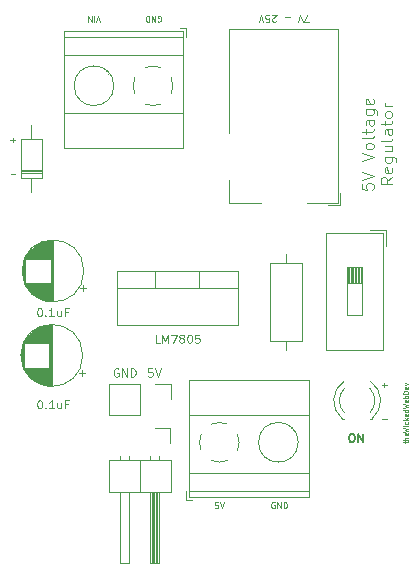
<source format=gbr>
%TF.GenerationSoftware,KiCad,Pcbnew,(5.1.9-0-10_14)*%
%TF.CreationDate,2021-05-04T15:01:54-04:00*%
%TF.ProjectId,POWER,504f5745-522e-46b6-9963-61645f706362,rev?*%
%TF.SameCoordinates,Original*%
%TF.FileFunction,Legend,Top*%
%TF.FilePolarity,Positive*%
%FSLAX46Y46*%
G04 Gerber Fmt 4.6, Leading zero omitted, Abs format (unit mm)*
G04 Created by KiCad (PCBNEW (5.1.9-0-10_14)) date 2021-05-04 15:01:54*
%MOMM*%
%LPD*%
G01*
G04 APERTURE LIST*
%ADD10C,0.100000*%
%ADD11C,0.080000*%
%ADD12C,0.060000*%
%ADD13C,0.150000*%
%ADD14C,0.120000*%
G04 APERTURE END LIST*
D10*
X141166700Y-72233373D02*
X141166700Y-72709563D01*
X141642891Y-72757182D01*
X141595272Y-72709563D01*
X141547653Y-72614325D01*
X141547653Y-72376230D01*
X141595272Y-72280992D01*
X141642891Y-72233373D01*
X141738129Y-72185754D01*
X141976224Y-72185754D01*
X142071462Y-72233373D01*
X142119081Y-72280992D01*
X142166700Y-72376230D01*
X142166700Y-72614325D01*
X142119081Y-72709563D01*
X142071462Y-72757182D01*
X141166700Y-71900040D02*
X142166700Y-71566706D01*
X141166700Y-71233373D01*
X141166700Y-70280992D02*
X142166700Y-69947659D01*
X141166700Y-69614325D01*
X142166700Y-69138135D02*
X142119081Y-69233373D01*
X142071462Y-69280992D01*
X141976224Y-69328611D01*
X141690510Y-69328611D01*
X141595272Y-69280992D01*
X141547653Y-69233373D01*
X141500034Y-69138135D01*
X141500034Y-68995278D01*
X141547653Y-68900040D01*
X141595272Y-68852420D01*
X141690510Y-68804801D01*
X141976224Y-68804801D01*
X142071462Y-68852420D01*
X142119081Y-68900040D01*
X142166700Y-68995278D01*
X142166700Y-69138135D01*
X142166700Y-68233373D02*
X142119081Y-68328611D01*
X142023843Y-68376230D01*
X141166700Y-68376230D01*
X141500034Y-67995278D02*
X141500034Y-67614325D01*
X141166700Y-67852420D02*
X142023843Y-67852420D01*
X142119081Y-67804801D01*
X142166700Y-67709563D01*
X142166700Y-67614325D01*
X142166700Y-66852420D02*
X141642891Y-66852420D01*
X141547653Y-66900040D01*
X141500034Y-66995278D01*
X141500034Y-67185754D01*
X141547653Y-67280992D01*
X142119081Y-66852420D02*
X142166700Y-66947659D01*
X142166700Y-67185754D01*
X142119081Y-67280992D01*
X142023843Y-67328611D01*
X141928605Y-67328611D01*
X141833367Y-67280992D01*
X141785748Y-67185754D01*
X141785748Y-66947659D01*
X141738129Y-66852420D01*
X141500034Y-65947659D02*
X142309558Y-65947659D01*
X142404796Y-65995278D01*
X142452415Y-66042897D01*
X142500034Y-66138135D01*
X142500034Y-66280992D01*
X142452415Y-66376230D01*
X142119081Y-65947659D02*
X142166700Y-66042897D01*
X142166700Y-66233373D01*
X142119081Y-66328611D01*
X142071462Y-66376230D01*
X141976224Y-66423849D01*
X141690510Y-66423849D01*
X141595272Y-66376230D01*
X141547653Y-66328611D01*
X141500034Y-66233373D01*
X141500034Y-66042897D01*
X141547653Y-65947659D01*
X142119081Y-65090516D02*
X142166700Y-65185754D01*
X142166700Y-65376230D01*
X142119081Y-65471468D01*
X142023843Y-65519087D01*
X141642891Y-65519087D01*
X141547653Y-65471468D01*
X141500034Y-65376230D01*
X141500034Y-65185754D01*
X141547653Y-65090516D01*
X141642891Y-65042897D01*
X141738129Y-65042897D01*
X141833367Y-65519087D01*
X143766700Y-71685754D02*
X143290510Y-72019087D01*
X143766700Y-72257182D02*
X142766700Y-72257182D01*
X142766700Y-71876230D01*
X142814320Y-71780992D01*
X142861939Y-71733373D01*
X142957177Y-71685754D01*
X143100034Y-71685754D01*
X143195272Y-71733373D01*
X143242891Y-71780992D01*
X143290510Y-71876230D01*
X143290510Y-72257182D01*
X143719081Y-70876230D02*
X143766700Y-70971468D01*
X143766700Y-71161944D01*
X143719081Y-71257182D01*
X143623843Y-71304801D01*
X143242891Y-71304801D01*
X143147653Y-71257182D01*
X143100034Y-71161944D01*
X143100034Y-70971468D01*
X143147653Y-70876230D01*
X143242891Y-70828611D01*
X143338129Y-70828611D01*
X143433367Y-71304801D01*
X143100034Y-69971468D02*
X143909558Y-69971468D01*
X144004796Y-70019087D01*
X144052415Y-70066706D01*
X144100034Y-70161944D01*
X144100034Y-70304801D01*
X144052415Y-70400040D01*
X143719081Y-69971468D02*
X143766700Y-70066706D01*
X143766700Y-70257182D01*
X143719081Y-70352420D01*
X143671462Y-70400040D01*
X143576224Y-70447659D01*
X143290510Y-70447659D01*
X143195272Y-70400040D01*
X143147653Y-70352420D01*
X143100034Y-70257182D01*
X143100034Y-70066706D01*
X143147653Y-69971468D01*
X143100034Y-69066706D02*
X143766700Y-69066706D01*
X143100034Y-69495278D02*
X143623843Y-69495278D01*
X143719081Y-69447659D01*
X143766700Y-69352420D01*
X143766700Y-69209563D01*
X143719081Y-69114325D01*
X143671462Y-69066706D01*
X143766700Y-68447659D02*
X143719081Y-68542897D01*
X143623843Y-68590516D01*
X142766700Y-68590516D01*
X143766700Y-67638135D02*
X143242891Y-67638135D01*
X143147653Y-67685754D01*
X143100034Y-67780992D01*
X143100034Y-67971468D01*
X143147653Y-68066706D01*
X143719081Y-67638135D02*
X143766700Y-67733373D01*
X143766700Y-67971468D01*
X143719081Y-68066706D01*
X143623843Y-68114325D01*
X143528605Y-68114325D01*
X143433367Y-68066706D01*
X143385748Y-67971468D01*
X143385748Y-67733373D01*
X143338129Y-67638135D01*
X143100034Y-67304801D02*
X143100034Y-66923849D01*
X142766700Y-67161944D02*
X143623843Y-67161944D01*
X143719081Y-67114325D01*
X143766700Y-67019087D01*
X143766700Y-66923849D01*
X143766700Y-66447659D02*
X143719081Y-66542897D01*
X143671462Y-66590516D01*
X143576224Y-66638135D01*
X143290510Y-66638135D01*
X143195272Y-66590516D01*
X143147653Y-66542897D01*
X143100034Y-66447659D01*
X143100034Y-66304801D01*
X143147653Y-66209563D01*
X143195272Y-66161944D01*
X143290510Y-66114325D01*
X143576224Y-66114325D01*
X143671462Y-66161944D01*
X143719081Y-66209563D01*
X143766700Y-66304801D01*
X143766700Y-66447659D01*
X143766700Y-65685754D02*
X143100034Y-65685754D01*
X143290510Y-65685754D02*
X143195272Y-65638135D01*
X143147653Y-65590516D01*
X143100034Y-65495278D01*
X143100034Y-65400040D01*
X123911312Y-58497280D02*
X123958931Y-58521089D01*
X124030360Y-58521089D01*
X124101788Y-58497280D01*
X124149407Y-58449660D01*
X124173217Y-58402041D01*
X124197026Y-58306803D01*
X124197026Y-58235375D01*
X124173217Y-58140137D01*
X124149407Y-58092518D01*
X124101788Y-58044899D01*
X124030360Y-58021089D01*
X123982740Y-58021089D01*
X123911312Y-58044899D01*
X123887502Y-58068708D01*
X123887502Y-58235375D01*
X123982740Y-58235375D01*
X123673217Y-58021089D02*
X123673217Y-58521089D01*
X123387502Y-58021089D01*
X123387502Y-58521089D01*
X123149407Y-58021089D02*
X123149407Y-58521089D01*
X123030360Y-58521089D01*
X122958931Y-58497280D01*
X122911312Y-58449660D01*
X122887502Y-58402041D01*
X122863693Y-58306803D01*
X122863693Y-58235375D01*
X122887502Y-58140137D01*
X122911312Y-58092518D01*
X122958931Y-58044899D01*
X123030360Y-58021089D01*
X123149407Y-58021089D01*
X119028459Y-58505849D02*
X118861792Y-58005849D01*
X118695125Y-58505849D01*
X118528459Y-58005849D02*
X118528459Y-58505849D01*
X118290363Y-58005849D02*
X118290363Y-58505849D01*
X118004649Y-58005849D01*
X118004649Y-58505849D01*
D11*
X142887723Y-89286234D02*
X143268676Y-89286234D01*
X143078200Y-89476710D02*
X143078200Y-89095758D01*
X142897883Y-92161514D02*
X143278836Y-92161514D01*
X111427283Y-68519194D02*
X111808236Y-68519194D01*
X111617760Y-68709670D02*
X111617760Y-68328718D01*
X111437443Y-71394474D02*
X111818396Y-71394474D01*
D12*
X144831445Y-94180977D02*
X144831445Y-94028596D01*
X144698112Y-94123834D02*
X145040969Y-94123834D01*
X145079064Y-94104786D01*
X145098112Y-94066691D01*
X145098112Y-94028596D01*
X145098112Y-93895262D02*
X144698112Y-93895262D01*
X145098112Y-93723834D02*
X144888588Y-93723834D01*
X144850493Y-93742881D01*
X144831445Y-93780977D01*
X144831445Y-93838120D01*
X144850493Y-93876215D01*
X144869540Y-93895262D01*
X145079064Y-93380977D02*
X145098112Y-93419072D01*
X145098112Y-93495262D01*
X145079064Y-93533358D01*
X145040969Y-93552405D01*
X144888588Y-93552405D01*
X144850493Y-93533358D01*
X144831445Y-93495262D01*
X144831445Y-93419072D01*
X144850493Y-93380977D01*
X144888588Y-93361929D01*
X144926683Y-93361929D01*
X144964779Y-93552405D01*
X144698112Y-93228596D02*
X145098112Y-93133358D01*
X144812398Y-93057167D01*
X145098112Y-92980977D01*
X144698112Y-92885739D01*
X145098112Y-92733358D02*
X144831445Y-92733358D01*
X144698112Y-92733358D02*
X144717160Y-92752405D01*
X144736207Y-92733358D01*
X144717160Y-92714310D01*
X144698112Y-92733358D01*
X144736207Y-92733358D01*
X145079064Y-92371453D02*
X145098112Y-92409548D01*
X145098112Y-92485739D01*
X145079064Y-92523834D01*
X145060017Y-92542881D01*
X145021921Y-92561929D01*
X144907636Y-92561929D01*
X144869540Y-92542881D01*
X144850493Y-92523834D01*
X144831445Y-92485739D01*
X144831445Y-92409548D01*
X144850493Y-92371453D01*
X145098112Y-92200024D02*
X144698112Y-92200024D01*
X144945731Y-92161929D02*
X145098112Y-92047643D01*
X144831445Y-92047643D02*
X144983826Y-92200024D01*
X145079064Y-91723834D02*
X145098112Y-91761929D01*
X145098112Y-91838120D01*
X145079064Y-91876215D01*
X145040969Y-91895262D01*
X144888588Y-91895262D01*
X144850493Y-91876215D01*
X144831445Y-91838120D01*
X144831445Y-91761929D01*
X144850493Y-91723834D01*
X144888588Y-91704786D01*
X144926683Y-91704786D01*
X144964779Y-91895262D01*
X145098112Y-91361929D02*
X144698112Y-91361929D01*
X145079064Y-91361929D02*
X145098112Y-91400024D01*
X145098112Y-91476215D01*
X145079064Y-91514310D01*
X145060017Y-91533358D01*
X145021921Y-91552405D01*
X144907636Y-91552405D01*
X144869540Y-91533358D01*
X144850493Y-91514310D01*
X144831445Y-91476215D01*
X144831445Y-91400024D01*
X144850493Y-91361929D01*
X144698112Y-91209548D02*
X145098112Y-91114310D01*
X144812398Y-91038120D01*
X145098112Y-90961929D01*
X144698112Y-90866691D01*
X145079064Y-90561929D02*
X145098112Y-90600024D01*
X145098112Y-90676215D01*
X145079064Y-90714310D01*
X145040969Y-90733358D01*
X144888588Y-90733358D01*
X144850493Y-90714310D01*
X144831445Y-90676215D01*
X144831445Y-90600024D01*
X144850493Y-90561929D01*
X144888588Y-90542881D01*
X144926683Y-90542881D01*
X144964779Y-90733358D01*
X145098112Y-90371453D02*
X144698112Y-90371453D01*
X144850493Y-90371453D02*
X144831445Y-90333358D01*
X144831445Y-90257167D01*
X144850493Y-90219072D01*
X144869540Y-90200024D01*
X144907636Y-90180977D01*
X145021921Y-90180977D01*
X145060017Y-90200024D01*
X145079064Y-90219072D01*
X145098112Y-90257167D01*
X145098112Y-90333358D01*
X145079064Y-90371453D01*
X145098112Y-90009548D02*
X144698112Y-90009548D01*
X144698112Y-89914310D01*
X144717160Y-89857167D01*
X144755255Y-89819072D01*
X144793350Y-89800024D01*
X144869540Y-89780977D01*
X144926683Y-89780977D01*
X145002874Y-89800024D01*
X145040969Y-89819072D01*
X145079064Y-89857167D01*
X145098112Y-89914310D01*
X145098112Y-90009548D01*
X145079064Y-89457167D02*
X145098112Y-89495262D01*
X145098112Y-89571453D01*
X145079064Y-89609548D01*
X145040969Y-89628596D01*
X144888588Y-89628596D01*
X144850493Y-89609548D01*
X144831445Y-89571453D01*
X144831445Y-89495262D01*
X144850493Y-89457167D01*
X144888588Y-89438120D01*
X144926683Y-89438120D01*
X144964779Y-89628596D01*
X144831445Y-89304786D02*
X145098112Y-89209548D01*
X144831445Y-89114310D01*
D10*
X136698725Y-58519971D02*
X136298725Y-58519971D01*
X136555868Y-57919971D01*
X136155868Y-58519971D02*
X135955868Y-57919971D01*
X135755868Y-58519971D01*
X135098725Y-58148542D02*
X134641582Y-58148542D01*
X133927297Y-58462828D02*
X133898725Y-58491400D01*
X133841582Y-58519971D01*
X133698725Y-58519971D01*
X133641582Y-58491400D01*
X133613011Y-58462828D01*
X133584440Y-58405685D01*
X133584440Y-58348542D01*
X133613011Y-58262828D01*
X133955868Y-57919971D01*
X133584440Y-57919971D01*
X133041582Y-58519971D02*
X133327297Y-58519971D01*
X133355868Y-58234257D01*
X133327297Y-58262828D01*
X133270154Y-58291400D01*
X133127297Y-58291400D01*
X133070154Y-58262828D01*
X133041582Y-58234257D01*
X133013011Y-58177114D01*
X133013011Y-58034257D01*
X133041582Y-57977114D01*
X133070154Y-57948542D01*
X133127297Y-57919971D01*
X133270154Y-57919971D01*
X133327297Y-57948542D01*
X133355868Y-57977114D01*
X132841582Y-58519971D02*
X132641582Y-57919971D01*
X132441582Y-58519971D01*
X128997721Y-99212910D02*
X128759626Y-99212910D01*
X128735817Y-99451005D01*
X128759626Y-99427196D01*
X128807245Y-99403386D01*
X128926293Y-99403386D01*
X128973912Y-99427196D01*
X128997721Y-99451005D01*
X129021531Y-99498624D01*
X129021531Y-99617672D01*
X128997721Y-99665291D01*
X128973912Y-99689100D01*
X128926293Y-99712910D01*
X128807245Y-99712910D01*
X128759626Y-99689100D01*
X128735817Y-99665291D01*
X129164388Y-99212910D02*
X129331055Y-99712910D01*
X129497721Y-99212910D01*
X133786927Y-99216400D02*
X133739308Y-99192590D01*
X133667880Y-99192590D01*
X133596451Y-99216400D01*
X133548832Y-99264019D01*
X133525022Y-99311638D01*
X133501213Y-99406876D01*
X133501213Y-99478304D01*
X133525022Y-99573542D01*
X133548832Y-99621161D01*
X133596451Y-99668780D01*
X133667880Y-99692590D01*
X133715499Y-99692590D01*
X133786927Y-99668780D01*
X133810737Y-99644971D01*
X133810737Y-99478304D01*
X133715499Y-99478304D01*
X134025022Y-99692590D02*
X134025022Y-99192590D01*
X134310737Y-99692590D01*
X134310737Y-99192590D01*
X134548832Y-99692590D02*
X134548832Y-99192590D01*
X134667880Y-99192590D01*
X134739308Y-99216400D01*
X134786927Y-99264019D01*
X134810737Y-99311638D01*
X134834546Y-99406876D01*
X134834546Y-99478304D01*
X134810737Y-99573542D01*
X134786927Y-99621161D01*
X134739308Y-99668780D01*
X134667880Y-99692590D01*
X134548832Y-99692590D01*
X113861200Y-82755946D02*
X113927866Y-82755946D01*
X113994533Y-82789280D01*
X114027866Y-82822613D01*
X114061200Y-82889280D01*
X114094533Y-83022613D01*
X114094533Y-83189280D01*
X114061200Y-83322613D01*
X114027866Y-83389280D01*
X113994533Y-83422613D01*
X113927866Y-83455946D01*
X113861200Y-83455946D01*
X113794533Y-83422613D01*
X113761200Y-83389280D01*
X113727866Y-83322613D01*
X113694533Y-83189280D01*
X113694533Y-83022613D01*
X113727866Y-82889280D01*
X113761200Y-82822613D01*
X113794533Y-82789280D01*
X113861200Y-82755946D01*
X114394533Y-83389280D02*
X114427866Y-83422613D01*
X114394533Y-83455946D01*
X114361200Y-83422613D01*
X114394533Y-83389280D01*
X114394533Y-83455946D01*
X115094533Y-83455946D02*
X114694533Y-83455946D01*
X114894533Y-83455946D02*
X114894533Y-82755946D01*
X114827866Y-82855946D01*
X114761200Y-82922613D01*
X114694533Y-82955946D01*
X115694533Y-82989280D02*
X115694533Y-83455946D01*
X115394533Y-82989280D02*
X115394533Y-83355946D01*
X115427866Y-83422613D01*
X115494533Y-83455946D01*
X115594533Y-83455946D01*
X115661200Y-83422613D01*
X115694533Y-83389280D01*
X116261200Y-83089280D02*
X116027866Y-83089280D01*
X116027866Y-83455946D02*
X116027866Y-82755946D01*
X116361200Y-82755946D01*
X113876440Y-90561366D02*
X113943106Y-90561366D01*
X114009773Y-90594700D01*
X114043106Y-90628033D01*
X114076440Y-90694700D01*
X114109773Y-90828033D01*
X114109773Y-90994700D01*
X114076440Y-91128033D01*
X114043106Y-91194700D01*
X114009773Y-91228033D01*
X113943106Y-91261366D01*
X113876440Y-91261366D01*
X113809773Y-91228033D01*
X113776440Y-91194700D01*
X113743106Y-91128033D01*
X113709773Y-90994700D01*
X113709773Y-90828033D01*
X113743106Y-90694700D01*
X113776440Y-90628033D01*
X113809773Y-90594700D01*
X113876440Y-90561366D01*
X114409773Y-91194700D02*
X114443106Y-91228033D01*
X114409773Y-91261366D01*
X114376440Y-91228033D01*
X114409773Y-91194700D01*
X114409773Y-91261366D01*
X115109773Y-91261366D02*
X114709773Y-91261366D01*
X114909773Y-91261366D02*
X114909773Y-90561366D01*
X114843106Y-90661366D01*
X114776440Y-90728033D01*
X114709773Y-90761366D01*
X115709773Y-90794700D02*
X115709773Y-91261366D01*
X115409773Y-90794700D02*
X115409773Y-91161366D01*
X115443106Y-91228033D01*
X115509773Y-91261366D01*
X115609773Y-91261366D01*
X115676440Y-91228033D01*
X115709773Y-91194700D01*
X116276440Y-90894700D02*
X116043106Y-90894700D01*
X116043106Y-91261366D02*
X116043106Y-90561366D01*
X116376440Y-90561366D01*
X124060933Y-85711466D02*
X123727600Y-85711466D01*
X123727600Y-85011466D01*
X124294266Y-85711466D02*
X124294266Y-85011466D01*
X124527600Y-85511466D01*
X124760933Y-85011466D01*
X124760933Y-85711466D01*
X125027600Y-85011466D02*
X125494266Y-85011466D01*
X125194266Y-85711466D01*
X125860933Y-85311466D02*
X125794266Y-85278133D01*
X125760933Y-85244800D01*
X125727600Y-85178133D01*
X125727600Y-85144800D01*
X125760933Y-85078133D01*
X125794266Y-85044800D01*
X125860933Y-85011466D01*
X125994266Y-85011466D01*
X126060933Y-85044800D01*
X126094266Y-85078133D01*
X126127600Y-85144800D01*
X126127600Y-85178133D01*
X126094266Y-85244800D01*
X126060933Y-85278133D01*
X125994266Y-85311466D01*
X125860933Y-85311466D01*
X125794266Y-85344800D01*
X125760933Y-85378133D01*
X125727600Y-85444800D01*
X125727600Y-85578133D01*
X125760933Y-85644800D01*
X125794266Y-85678133D01*
X125860933Y-85711466D01*
X125994266Y-85711466D01*
X126060933Y-85678133D01*
X126094266Y-85644800D01*
X126127600Y-85578133D01*
X126127600Y-85444800D01*
X126094266Y-85378133D01*
X126060933Y-85344800D01*
X125994266Y-85311466D01*
X126560933Y-85011466D02*
X126627600Y-85011466D01*
X126694266Y-85044800D01*
X126727600Y-85078133D01*
X126760933Y-85144800D01*
X126794266Y-85278133D01*
X126794266Y-85444800D01*
X126760933Y-85578133D01*
X126727600Y-85644800D01*
X126694266Y-85678133D01*
X126627600Y-85711466D01*
X126560933Y-85711466D01*
X126494266Y-85678133D01*
X126460933Y-85644800D01*
X126427600Y-85578133D01*
X126394266Y-85444800D01*
X126394266Y-85278133D01*
X126427600Y-85144800D01*
X126460933Y-85078133D01*
X126494266Y-85044800D01*
X126560933Y-85011466D01*
X127427600Y-85011466D02*
X127094266Y-85011466D01*
X127060933Y-85344800D01*
X127094266Y-85311466D01*
X127160933Y-85278133D01*
X127327600Y-85278133D01*
X127394266Y-85311466D01*
X127427600Y-85344800D01*
X127460933Y-85411466D01*
X127460933Y-85578133D01*
X127427600Y-85644800D01*
X127394266Y-85678133D01*
X127327600Y-85711466D01*
X127160933Y-85711466D01*
X127094266Y-85678133D01*
X127060933Y-85644800D01*
X120568786Y-87904840D02*
X120502120Y-87871506D01*
X120402120Y-87871506D01*
X120302120Y-87904840D01*
X120235453Y-87971506D01*
X120202120Y-88038173D01*
X120168786Y-88171506D01*
X120168786Y-88271506D01*
X120202120Y-88404840D01*
X120235453Y-88471506D01*
X120302120Y-88538173D01*
X120402120Y-88571506D01*
X120468786Y-88571506D01*
X120568786Y-88538173D01*
X120602120Y-88504840D01*
X120602120Y-88271506D01*
X120468786Y-88271506D01*
X120902120Y-88571506D02*
X120902120Y-87871506D01*
X121302120Y-88571506D01*
X121302120Y-87871506D01*
X121635453Y-88571506D02*
X121635453Y-87871506D01*
X121802120Y-87871506D01*
X121902120Y-87904840D01*
X121968786Y-87971506D01*
X122002120Y-88038173D01*
X122035453Y-88171506D01*
X122035453Y-88271506D01*
X122002120Y-88404840D01*
X121968786Y-88471506D01*
X121902120Y-88538173D01*
X121802120Y-88571506D01*
X121635453Y-88571506D01*
X123442746Y-87871506D02*
X123109413Y-87871506D01*
X123076080Y-88204840D01*
X123109413Y-88171506D01*
X123176080Y-88138173D01*
X123342746Y-88138173D01*
X123409413Y-88171506D01*
X123442746Y-88204840D01*
X123476080Y-88271506D01*
X123476080Y-88438173D01*
X123442746Y-88504840D01*
X123409413Y-88538173D01*
X123342746Y-88571506D01*
X123176080Y-88571506D01*
X123109413Y-88538173D01*
X123076080Y-88504840D01*
X123676080Y-87871506D02*
X123909413Y-88571506D01*
X124142746Y-87871506D01*
D13*
X140269966Y-93406166D02*
X140403300Y-93406166D01*
X140469966Y-93439500D01*
X140536633Y-93506166D01*
X140569966Y-93639500D01*
X140569966Y-93872833D01*
X140536633Y-94006166D01*
X140469966Y-94072833D01*
X140403300Y-94106166D01*
X140269966Y-94106166D01*
X140203300Y-94072833D01*
X140136633Y-94006166D01*
X140103300Y-93872833D01*
X140103300Y-93639500D01*
X140136633Y-93506166D01*
X140203300Y-93439500D01*
X140269966Y-93406166D01*
X140869966Y-94106166D02*
X140869966Y-93406166D01*
X141269966Y-94106166D01*
X141269966Y-93406166D01*
D14*
%TO.C,J5*%
X138314120Y-74038640D02*
X139364120Y-74038640D01*
X139364120Y-72988640D02*
X139364120Y-74038640D01*
X129964120Y-67938640D02*
X129964120Y-59138640D01*
X129964120Y-59138640D02*
X139164120Y-59138640D01*
X132664120Y-73838640D02*
X129964120Y-73838640D01*
X129964120Y-73838640D02*
X129964120Y-71938640D01*
X139164120Y-59138640D02*
X139164120Y-73838640D01*
X139164120Y-73838640D02*
X136564120Y-73838640D01*
%TO.C,J4*%
X129137005Y-95807573D02*
G75*
G02*
X128424200Y-95662320I-28805J1680253D01*
G01*
X127572774Y-94810362D02*
G75*
G02*
X127573200Y-93443320I1535426J683042D01*
G01*
X128425158Y-92591894D02*
G75*
G02*
X129792200Y-92592320I683042J-1535426D01*
G01*
X130643626Y-93444278D02*
G75*
G02*
X130643200Y-94811320I-1535426J-683042D01*
G01*
X129791518Y-95662076D02*
G75*
G02*
X129108200Y-95807320I-683318J1534756D01*
G01*
X135788200Y-94127320D02*
G75*
G03*
X135788200Y-94127320I-1680000J0D01*
G01*
X126548200Y-98227320D02*
X136668200Y-98227320D01*
X126548200Y-96727320D02*
X136668200Y-96727320D01*
X126548200Y-91826320D02*
X136668200Y-91826320D01*
X126548200Y-88866320D02*
X136668200Y-88866320D01*
X126548200Y-98787320D02*
X136668200Y-98787320D01*
X126548200Y-88866320D02*
X126548200Y-98787320D01*
X136668200Y-88866320D02*
X136668200Y-98787320D01*
X135383200Y-93058320D02*
X135336200Y-93104320D01*
X133074200Y-95366320D02*
X133039200Y-95401320D01*
X135178200Y-92852320D02*
X135143200Y-92888320D01*
X132881200Y-95150320D02*
X132834200Y-95196320D01*
X126308200Y-98287320D02*
X126308200Y-99027320D01*
X126308200Y-99027320D02*
X126808200Y-99027320D01*
%TO.C,J3*%
X119789900Y-89172740D02*
X119789900Y-91832740D01*
X122389900Y-89172740D02*
X119789900Y-89172740D01*
X122389900Y-91832740D02*
X119789900Y-91832740D01*
X122389900Y-89172740D02*
X122389900Y-91832740D01*
X123659900Y-89172740D02*
X124989900Y-89172740D01*
X124989900Y-89172740D02*
X124989900Y-90502740D01*
%TO.C,J2*%
X124989900Y-95651140D02*
X119789900Y-95651140D01*
X119789900Y-95651140D02*
X119789900Y-98311140D01*
X119789900Y-98311140D02*
X124989900Y-98311140D01*
X124989900Y-98311140D02*
X124989900Y-95651140D01*
X124039900Y-98311140D02*
X124039900Y-104311140D01*
X124039900Y-104311140D02*
X123279900Y-104311140D01*
X123279900Y-104311140D02*
X123279900Y-98311140D01*
X123979900Y-98311140D02*
X123979900Y-104311140D01*
X123859900Y-98311140D02*
X123859900Y-104311140D01*
X123739900Y-98311140D02*
X123739900Y-104311140D01*
X123619900Y-98311140D02*
X123619900Y-104311140D01*
X123499900Y-98311140D02*
X123499900Y-104311140D01*
X123379900Y-98311140D02*
X123379900Y-104311140D01*
X124039900Y-95321140D02*
X124039900Y-95651140D01*
X123279900Y-95321140D02*
X123279900Y-95651140D01*
X122389900Y-95651140D02*
X122389900Y-98311140D01*
X121499900Y-98311140D02*
X121499900Y-104311140D01*
X121499900Y-104311140D02*
X120739900Y-104311140D01*
X120739900Y-104311140D02*
X120739900Y-98311140D01*
X121499900Y-95254069D02*
X121499900Y-95651140D01*
X120739900Y-95254069D02*
X120739900Y-95651140D01*
X123659900Y-92941140D02*
X124929900Y-92941140D01*
X124929900Y-92941140D02*
X124929900Y-94211140D01*
%TO.C,SW1*%
X142970900Y-76380800D02*
X142970900Y-86280800D01*
X138130900Y-76380800D02*
X138130900Y-86280800D01*
X142970900Y-76380800D02*
X138130900Y-76380800D01*
X142970900Y-86280800D02*
X138130900Y-86280800D01*
X143210900Y-76140800D02*
X143210900Y-77524800D01*
X143210900Y-76140800D02*
X141827900Y-76140800D01*
X141185900Y-79300800D02*
X139915900Y-79300800D01*
X139915900Y-79300800D02*
X139915900Y-83360800D01*
X139915900Y-83360800D02*
X141185900Y-83360800D01*
X141185900Y-83360800D02*
X141185900Y-79300800D01*
X141065900Y-79300800D02*
X141065900Y-80654133D01*
X140945900Y-79300800D02*
X140945900Y-80654133D01*
X140825900Y-79300800D02*
X140825900Y-80654133D01*
X140705900Y-79300800D02*
X140705900Y-80654133D01*
X140585900Y-79300800D02*
X140585900Y-80654133D01*
X140465900Y-79300800D02*
X140465900Y-80654133D01*
X140345900Y-79300800D02*
X140345900Y-80654133D01*
X140225900Y-79300800D02*
X140225900Y-80654133D01*
X140105900Y-79300800D02*
X140105900Y-80654133D01*
X139985900Y-79300800D02*
X139985900Y-80654133D01*
X141185900Y-80654133D02*
X139915900Y-80654133D01*
%TO.C,R1*%
X133377000Y-85515200D02*
X136117000Y-85515200D01*
X136117000Y-85515200D02*
X136117000Y-78975200D01*
X136117000Y-78975200D02*
X133377000Y-78975200D01*
X133377000Y-78975200D02*
X133377000Y-85515200D01*
X134747000Y-86285200D02*
X134747000Y-85515200D01*
X134747000Y-78205200D02*
X134747000Y-78975200D01*
%TO.C,D2*%
X141859337Y-89560670D02*
G75*
G02*
X141859500Y-91642761I-1079837J-1041130D01*
G01*
X139699663Y-89560670D02*
G75*
G03*
X139699500Y-91642761I1079837J-1041130D01*
G01*
X141858108Y-88929465D02*
G75*
G02*
X142015016Y-92161800I-1078608J-1672335D01*
G01*
X139700892Y-88929465D02*
G75*
G03*
X139543984Y-92161800I1078608J-1672335D01*
G01*
X139543500Y-92161800D02*
X139699500Y-92161800D01*
X141859500Y-92161800D02*
X142015500Y-92161800D01*
%TO.C,D1*%
X112285260Y-71746540D02*
X114125260Y-71746540D01*
X114125260Y-71746540D02*
X114125260Y-68466540D01*
X114125260Y-68466540D02*
X112285260Y-68466540D01*
X112285260Y-68466540D02*
X112285260Y-71746540D01*
X113205260Y-72926540D02*
X113205260Y-71746540D01*
X113205260Y-67286540D02*
X113205260Y-68466540D01*
X112285260Y-71170540D02*
X114125260Y-71170540D01*
X112285260Y-71050540D02*
X114125260Y-71050540D01*
X112285260Y-71290540D02*
X114125260Y-71290540D01*
%TO.C,J1*%
X123468535Y-62261707D02*
G75*
G02*
X124181340Y-62406960I28805J-1680253D01*
G01*
X125032766Y-63258918D02*
G75*
G02*
X125032340Y-64625960I-1535426J-683042D01*
G01*
X124180382Y-65477386D02*
G75*
G02*
X122813340Y-65476960I-683042J1535426D01*
G01*
X121961914Y-64625002D02*
G75*
G02*
X121962340Y-63257960I1535426J683042D01*
G01*
X122814022Y-62407204D02*
G75*
G02*
X123497340Y-62261960I683318J-1534756D01*
G01*
X120177340Y-63941960D02*
G75*
G03*
X120177340Y-63941960I-1680000J0D01*
G01*
X126057340Y-59841960D02*
X115937340Y-59841960D01*
X126057340Y-61341960D02*
X115937340Y-61341960D01*
X126057340Y-66242960D02*
X115937340Y-66242960D01*
X126057340Y-69202960D02*
X115937340Y-69202960D01*
X126057340Y-59281960D02*
X115937340Y-59281960D01*
X126057340Y-69202960D02*
X126057340Y-59281960D01*
X115937340Y-69202960D02*
X115937340Y-59281960D01*
X117222340Y-65010960D02*
X117269340Y-64964960D01*
X119531340Y-62702960D02*
X119566340Y-62667960D01*
X117427340Y-65216960D02*
X117462340Y-65180960D01*
X119724340Y-62918960D02*
X119771340Y-62872960D01*
X126297340Y-59781960D02*
X126297340Y-59041960D01*
X126297340Y-59041960D02*
X125797340Y-59041960D01*
%TO.C,U1*%
X120411880Y-79589880D02*
X130651880Y-79589880D01*
X120411880Y-84230880D02*
X130651880Y-84230880D01*
X120411880Y-79589880D02*
X120411880Y-84230880D01*
X130651880Y-79589880D02*
X130651880Y-84230880D01*
X120411880Y-81099880D02*
X130651880Y-81099880D01*
X123681880Y-79589880D02*
X123681880Y-81099880D01*
X127382880Y-79589880D02*
X127382880Y-81099880D01*
%TO.C,C2*%
X117544520Y-86771480D02*
G75*
G03*
X117544520Y-86771480I-2620000J0D01*
G01*
X114924520Y-89351480D02*
X114924520Y-84191480D01*
X114884520Y-89351480D02*
X114884520Y-84191480D01*
X114844520Y-89350480D02*
X114844520Y-84192480D01*
X114804520Y-89349480D02*
X114804520Y-84193480D01*
X114764520Y-89347480D02*
X114764520Y-84195480D01*
X114724520Y-89344480D02*
X114724520Y-84198480D01*
X114684520Y-89340480D02*
X114684520Y-87811480D01*
X114684520Y-85731480D02*
X114684520Y-84202480D01*
X114644520Y-89336480D02*
X114644520Y-87811480D01*
X114644520Y-85731480D02*
X114644520Y-84206480D01*
X114604520Y-89332480D02*
X114604520Y-87811480D01*
X114604520Y-85731480D02*
X114604520Y-84210480D01*
X114564520Y-89327480D02*
X114564520Y-87811480D01*
X114564520Y-85731480D02*
X114564520Y-84215480D01*
X114524520Y-89321480D02*
X114524520Y-87811480D01*
X114524520Y-85731480D02*
X114524520Y-84221480D01*
X114484520Y-89314480D02*
X114484520Y-87811480D01*
X114484520Y-85731480D02*
X114484520Y-84228480D01*
X114444520Y-89307480D02*
X114444520Y-87811480D01*
X114444520Y-85731480D02*
X114444520Y-84235480D01*
X114404520Y-89299480D02*
X114404520Y-87811480D01*
X114404520Y-85731480D02*
X114404520Y-84243480D01*
X114364520Y-89291480D02*
X114364520Y-87811480D01*
X114364520Y-85731480D02*
X114364520Y-84251480D01*
X114324520Y-89282480D02*
X114324520Y-87811480D01*
X114324520Y-85731480D02*
X114324520Y-84260480D01*
X114284520Y-89272480D02*
X114284520Y-87811480D01*
X114284520Y-85731480D02*
X114284520Y-84270480D01*
X114244520Y-89262480D02*
X114244520Y-87811480D01*
X114244520Y-85731480D02*
X114244520Y-84280480D01*
X114203520Y-89251480D02*
X114203520Y-87811480D01*
X114203520Y-85731480D02*
X114203520Y-84291480D01*
X114163520Y-89239480D02*
X114163520Y-87811480D01*
X114163520Y-85731480D02*
X114163520Y-84303480D01*
X114123520Y-89226480D02*
X114123520Y-87811480D01*
X114123520Y-85731480D02*
X114123520Y-84316480D01*
X114083520Y-89213480D02*
X114083520Y-87811480D01*
X114083520Y-85731480D02*
X114083520Y-84329480D01*
X114043520Y-89199480D02*
X114043520Y-87811480D01*
X114043520Y-85731480D02*
X114043520Y-84343480D01*
X114003520Y-89185480D02*
X114003520Y-87811480D01*
X114003520Y-85731480D02*
X114003520Y-84357480D01*
X113963520Y-89169480D02*
X113963520Y-87811480D01*
X113963520Y-85731480D02*
X113963520Y-84373480D01*
X113923520Y-89153480D02*
X113923520Y-87811480D01*
X113923520Y-85731480D02*
X113923520Y-84389480D01*
X113883520Y-89136480D02*
X113883520Y-87811480D01*
X113883520Y-85731480D02*
X113883520Y-84406480D01*
X113843520Y-89119480D02*
X113843520Y-87811480D01*
X113843520Y-85731480D02*
X113843520Y-84423480D01*
X113803520Y-89100480D02*
X113803520Y-87811480D01*
X113803520Y-85731480D02*
X113803520Y-84442480D01*
X113763520Y-89081480D02*
X113763520Y-87811480D01*
X113763520Y-85731480D02*
X113763520Y-84461480D01*
X113723520Y-89061480D02*
X113723520Y-87811480D01*
X113723520Y-85731480D02*
X113723520Y-84481480D01*
X113683520Y-89039480D02*
X113683520Y-87811480D01*
X113683520Y-85731480D02*
X113683520Y-84503480D01*
X113643520Y-89018480D02*
X113643520Y-87811480D01*
X113643520Y-85731480D02*
X113643520Y-84524480D01*
X113603520Y-88995480D02*
X113603520Y-87811480D01*
X113603520Y-85731480D02*
X113603520Y-84547480D01*
X113563520Y-88971480D02*
X113563520Y-87811480D01*
X113563520Y-85731480D02*
X113563520Y-84571480D01*
X113523520Y-88946480D02*
X113523520Y-87811480D01*
X113523520Y-85731480D02*
X113523520Y-84596480D01*
X113483520Y-88920480D02*
X113483520Y-87811480D01*
X113483520Y-85731480D02*
X113483520Y-84622480D01*
X113443520Y-88893480D02*
X113443520Y-87811480D01*
X113443520Y-85731480D02*
X113443520Y-84649480D01*
X113403520Y-88866480D02*
X113403520Y-87811480D01*
X113403520Y-85731480D02*
X113403520Y-84676480D01*
X113363520Y-88836480D02*
X113363520Y-87811480D01*
X113363520Y-85731480D02*
X113363520Y-84706480D01*
X113323520Y-88806480D02*
X113323520Y-87811480D01*
X113323520Y-85731480D02*
X113323520Y-84736480D01*
X113283520Y-88775480D02*
X113283520Y-87811480D01*
X113283520Y-85731480D02*
X113283520Y-84767480D01*
X113243520Y-88742480D02*
X113243520Y-87811480D01*
X113243520Y-85731480D02*
X113243520Y-84800480D01*
X113203520Y-88708480D02*
X113203520Y-87811480D01*
X113203520Y-85731480D02*
X113203520Y-84834480D01*
X113163520Y-88672480D02*
X113163520Y-87811480D01*
X113163520Y-85731480D02*
X113163520Y-84870480D01*
X113123520Y-88635480D02*
X113123520Y-87811480D01*
X113123520Y-85731480D02*
X113123520Y-84907480D01*
X113083520Y-88597480D02*
X113083520Y-87811480D01*
X113083520Y-85731480D02*
X113083520Y-84945480D01*
X113043520Y-88556480D02*
X113043520Y-87811480D01*
X113043520Y-85731480D02*
X113043520Y-84986480D01*
X113003520Y-88514480D02*
X113003520Y-87811480D01*
X113003520Y-85731480D02*
X113003520Y-85028480D01*
X112963520Y-88470480D02*
X112963520Y-87811480D01*
X112963520Y-85731480D02*
X112963520Y-85072480D01*
X112923520Y-88424480D02*
X112923520Y-87811480D01*
X112923520Y-85731480D02*
X112923520Y-85118480D01*
X112883520Y-88376480D02*
X112883520Y-87811480D01*
X112883520Y-85731480D02*
X112883520Y-85166480D01*
X112843520Y-88325480D02*
X112843520Y-87811480D01*
X112843520Y-85731480D02*
X112843520Y-85217480D01*
X112803520Y-88271480D02*
X112803520Y-87811480D01*
X112803520Y-85731480D02*
X112803520Y-85271480D01*
X112763520Y-88214480D02*
X112763520Y-87811480D01*
X112763520Y-85731480D02*
X112763520Y-85328480D01*
X112723520Y-88154480D02*
X112723520Y-87811480D01*
X112723520Y-85731480D02*
X112723520Y-85388480D01*
X112683520Y-88090480D02*
X112683520Y-87811480D01*
X112683520Y-85731480D02*
X112683520Y-85452480D01*
X112643520Y-88022480D02*
X112643520Y-87811480D01*
X112643520Y-85731480D02*
X112643520Y-85520480D01*
X112603520Y-87949480D02*
X112603520Y-85593480D01*
X112563520Y-87869480D02*
X112563520Y-85673480D01*
X112523520Y-87782480D02*
X112523520Y-85760480D01*
X112483520Y-87686480D02*
X112483520Y-85856480D01*
X112443520Y-87576480D02*
X112443520Y-85966480D01*
X112403520Y-87448480D02*
X112403520Y-86094480D01*
X112363520Y-87289480D02*
X112363520Y-86253480D01*
X112323520Y-87055480D02*
X112323520Y-86487480D01*
X117729295Y-88246480D02*
X117229295Y-88246480D01*
X117479295Y-88496480D02*
X117479295Y-87996480D01*
%TO.C,C1*%
X117641040Y-79623920D02*
G75*
G03*
X117641040Y-79623920I-2620000J0D01*
G01*
X115021040Y-82203920D02*
X115021040Y-77043920D01*
X114981040Y-82203920D02*
X114981040Y-77043920D01*
X114941040Y-82202920D02*
X114941040Y-77044920D01*
X114901040Y-82201920D02*
X114901040Y-77045920D01*
X114861040Y-82199920D02*
X114861040Y-77047920D01*
X114821040Y-82196920D02*
X114821040Y-77050920D01*
X114781040Y-82192920D02*
X114781040Y-80663920D01*
X114781040Y-78583920D02*
X114781040Y-77054920D01*
X114741040Y-82188920D02*
X114741040Y-80663920D01*
X114741040Y-78583920D02*
X114741040Y-77058920D01*
X114701040Y-82184920D02*
X114701040Y-80663920D01*
X114701040Y-78583920D02*
X114701040Y-77062920D01*
X114661040Y-82179920D02*
X114661040Y-80663920D01*
X114661040Y-78583920D02*
X114661040Y-77067920D01*
X114621040Y-82173920D02*
X114621040Y-80663920D01*
X114621040Y-78583920D02*
X114621040Y-77073920D01*
X114581040Y-82166920D02*
X114581040Y-80663920D01*
X114581040Y-78583920D02*
X114581040Y-77080920D01*
X114541040Y-82159920D02*
X114541040Y-80663920D01*
X114541040Y-78583920D02*
X114541040Y-77087920D01*
X114501040Y-82151920D02*
X114501040Y-80663920D01*
X114501040Y-78583920D02*
X114501040Y-77095920D01*
X114461040Y-82143920D02*
X114461040Y-80663920D01*
X114461040Y-78583920D02*
X114461040Y-77103920D01*
X114421040Y-82134920D02*
X114421040Y-80663920D01*
X114421040Y-78583920D02*
X114421040Y-77112920D01*
X114381040Y-82124920D02*
X114381040Y-80663920D01*
X114381040Y-78583920D02*
X114381040Y-77122920D01*
X114341040Y-82114920D02*
X114341040Y-80663920D01*
X114341040Y-78583920D02*
X114341040Y-77132920D01*
X114300040Y-82103920D02*
X114300040Y-80663920D01*
X114300040Y-78583920D02*
X114300040Y-77143920D01*
X114260040Y-82091920D02*
X114260040Y-80663920D01*
X114260040Y-78583920D02*
X114260040Y-77155920D01*
X114220040Y-82078920D02*
X114220040Y-80663920D01*
X114220040Y-78583920D02*
X114220040Y-77168920D01*
X114180040Y-82065920D02*
X114180040Y-80663920D01*
X114180040Y-78583920D02*
X114180040Y-77181920D01*
X114140040Y-82051920D02*
X114140040Y-80663920D01*
X114140040Y-78583920D02*
X114140040Y-77195920D01*
X114100040Y-82037920D02*
X114100040Y-80663920D01*
X114100040Y-78583920D02*
X114100040Y-77209920D01*
X114060040Y-82021920D02*
X114060040Y-80663920D01*
X114060040Y-78583920D02*
X114060040Y-77225920D01*
X114020040Y-82005920D02*
X114020040Y-80663920D01*
X114020040Y-78583920D02*
X114020040Y-77241920D01*
X113980040Y-81988920D02*
X113980040Y-80663920D01*
X113980040Y-78583920D02*
X113980040Y-77258920D01*
X113940040Y-81971920D02*
X113940040Y-80663920D01*
X113940040Y-78583920D02*
X113940040Y-77275920D01*
X113900040Y-81952920D02*
X113900040Y-80663920D01*
X113900040Y-78583920D02*
X113900040Y-77294920D01*
X113860040Y-81933920D02*
X113860040Y-80663920D01*
X113860040Y-78583920D02*
X113860040Y-77313920D01*
X113820040Y-81913920D02*
X113820040Y-80663920D01*
X113820040Y-78583920D02*
X113820040Y-77333920D01*
X113780040Y-81891920D02*
X113780040Y-80663920D01*
X113780040Y-78583920D02*
X113780040Y-77355920D01*
X113740040Y-81870920D02*
X113740040Y-80663920D01*
X113740040Y-78583920D02*
X113740040Y-77376920D01*
X113700040Y-81847920D02*
X113700040Y-80663920D01*
X113700040Y-78583920D02*
X113700040Y-77399920D01*
X113660040Y-81823920D02*
X113660040Y-80663920D01*
X113660040Y-78583920D02*
X113660040Y-77423920D01*
X113620040Y-81798920D02*
X113620040Y-80663920D01*
X113620040Y-78583920D02*
X113620040Y-77448920D01*
X113580040Y-81772920D02*
X113580040Y-80663920D01*
X113580040Y-78583920D02*
X113580040Y-77474920D01*
X113540040Y-81745920D02*
X113540040Y-80663920D01*
X113540040Y-78583920D02*
X113540040Y-77501920D01*
X113500040Y-81718920D02*
X113500040Y-80663920D01*
X113500040Y-78583920D02*
X113500040Y-77528920D01*
X113460040Y-81688920D02*
X113460040Y-80663920D01*
X113460040Y-78583920D02*
X113460040Y-77558920D01*
X113420040Y-81658920D02*
X113420040Y-80663920D01*
X113420040Y-78583920D02*
X113420040Y-77588920D01*
X113380040Y-81627920D02*
X113380040Y-80663920D01*
X113380040Y-78583920D02*
X113380040Y-77619920D01*
X113340040Y-81594920D02*
X113340040Y-80663920D01*
X113340040Y-78583920D02*
X113340040Y-77652920D01*
X113300040Y-81560920D02*
X113300040Y-80663920D01*
X113300040Y-78583920D02*
X113300040Y-77686920D01*
X113260040Y-81524920D02*
X113260040Y-80663920D01*
X113260040Y-78583920D02*
X113260040Y-77722920D01*
X113220040Y-81487920D02*
X113220040Y-80663920D01*
X113220040Y-78583920D02*
X113220040Y-77759920D01*
X113180040Y-81449920D02*
X113180040Y-80663920D01*
X113180040Y-78583920D02*
X113180040Y-77797920D01*
X113140040Y-81408920D02*
X113140040Y-80663920D01*
X113140040Y-78583920D02*
X113140040Y-77838920D01*
X113100040Y-81366920D02*
X113100040Y-80663920D01*
X113100040Y-78583920D02*
X113100040Y-77880920D01*
X113060040Y-81322920D02*
X113060040Y-80663920D01*
X113060040Y-78583920D02*
X113060040Y-77924920D01*
X113020040Y-81276920D02*
X113020040Y-80663920D01*
X113020040Y-78583920D02*
X113020040Y-77970920D01*
X112980040Y-81228920D02*
X112980040Y-80663920D01*
X112980040Y-78583920D02*
X112980040Y-78018920D01*
X112940040Y-81177920D02*
X112940040Y-80663920D01*
X112940040Y-78583920D02*
X112940040Y-78069920D01*
X112900040Y-81123920D02*
X112900040Y-80663920D01*
X112900040Y-78583920D02*
X112900040Y-78123920D01*
X112860040Y-81066920D02*
X112860040Y-80663920D01*
X112860040Y-78583920D02*
X112860040Y-78180920D01*
X112820040Y-81006920D02*
X112820040Y-80663920D01*
X112820040Y-78583920D02*
X112820040Y-78240920D01*
X112780040Y-80942920D02*
X112780040Y-80663920D01*
X112780040Y-78583920D02*
X112780040Y-78304920D01*
X112740040Y-80874920D02*
X112740040Y-80663920D01*
X112740040Y-78583920D02*
X112740040Y-78372920D01*
X112700040Y-80801920D02*
X112700040Y-78445920D01*
X112660040Y-80721920D02*
X112660040Y-78525920D01*
X112620040Y-80634920D02*
X112620040Y-78612920D01*
X112580040Y-80538920D02*
X112580040Y-78708920D01*
X112540040Y-80428920D02*
X112540040Y-78818920D01*
X112500040Y-80300920D02*
X112500040Y-78946920D01*
X112460040Y-80141920D02*
X112460040Y-79105920D01*
X112420040Y-79907920D02*
X112420040Y-79339920D01*
X117825815Y-81098920D02*
X117325815Y-81098920D01*
X117575815Y-81348920D02*
X117575815Y-80848920D01*
%TD*%
M02*

</source>
